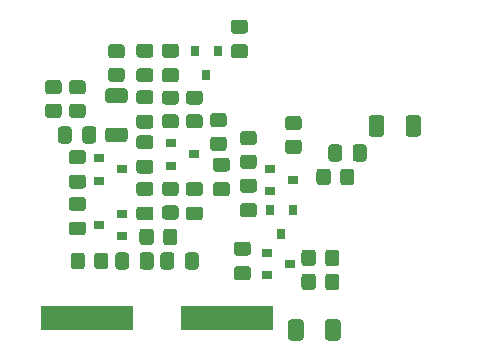
<source format=gbr>
%TF.GenerationSoftware,KiCad,Pcbnew,5.1.10-88a1d61d58~88~ubuntu16.04.1*%
%TF.CreationDate,2021-09-03T12:29:31+02:00*%
%TF.ProjectId,80mrx,38306d72-782e-46b6-9963-61645f706362,rev?*%
%TF.SameCoordinates,Original*%
%TF.FileFunction,Paste,Top*%
%TF.FilePolarity,Positive*%
%FSLAX46Y46*%
G04 Gerber Fmt 4.6, Leading zero omitted, Abs format (unit mm)*
G04 Created by KiCad (PCBNEW 5.1.10-88a1d61d58~88~ubuntu16.04.1) date 2021-09-03 12:29:31*
%MOMM*%
%LPD*%
G01*
G04 APERTURE LIST*
%ADD10R,7.875000X2.000000*%
%ADD11R,0.800000X0.900000*%
%ADD12R,0.900000X0.800000*%
G04 APERTURE END LIST*
D10*
%TO.C,Y1*%
X131635000Y-105918000D03*
X143510000Y-105918000D03*
%TD*%
%TO.C,C1*%
G36*
G01*
X130335000Y-93795000D02*
X131285000Y-93795000D01*
G75*
G02*
X131535000Y-94045000I0J-250000D01*
G01*
X131535000Y-94720000D01*
G75*
G02*
X131285000Y-94970000I-250000J0D01*
G01*
X130335000Y-94970000D01*
G75*
G02*
X130085000Y-94720000I0J250000D01*
G01*
X130085000Y-94045000D01*
G75*
G02*
X130335000Y-93795000I250000J0D01*
G01*
G37*
G36*
G01*
X130335000Y-91720000D02*
X131285000Y-91720000D01*
G75*
G02*
X131535000Y-91970000I0J-250000D01*
G01*
X131535000Y-92645000D01*
G75*
G02*
X131285000Y-92895000I-250000J0D01*
G01*
X130335000Y-92895000D01*
G75*
G02*
X130085000Y-92645000I0J250000D01*
G01*
X130085000Y-91970000D01*
G75*
G02*
X130335000Y-91720000I250000J0D01*
G01*
G37*
%TD*%
%TO.C,C2*%
G36*
G01*
X137000000Y-83878000D02*
X136050000Y-83878000D01*
G75*
G02*
X135800000Y-83628000I0J250000D01*
G01*
X135800000Y-82953000D01*
G75*
G02*
X136050000Y-82703000I250000J0D01*
G01*
X137000000Y-82703000D01*
G75*
G02*
X137250000Y-82953000I0J-250000D01*
G01*
X137250000Y-83628000D01*
G75*
G02*
X137000000Y-83878000I-250000J0D01*
G01*
G37*
G36*
G01*
X137000000Y-85953000D02*
X136050000Y-85953000D01*
G75*
G02*
X135800000Y-85703000I0J250000D01*
G01*
X135800000Y-85028000D01*
G75*
G02*
X136050000Y-84778000I250000J0D01*
G01*
X137000000Y-84778000D01*
G75*
G02*
X137250000Y-85028000I0J-250000D01*
G01*
X137250000Y-85703000D01*
G75*
G02*
X137000000Y-85953000I-250000J0D01*
G01*
G37*
%TD*%
%TO.C,C3*%
G36*
G01*
X132413500Y-89949000D02*
X132413500Y-90899000D01*
G75*
G02*
X132163500Y-91149000I-250000J0D01*
G01*
X131488500Y-91149000D01*
G75*
G02*
X131238500Y-90899000I0J250000D01*
G01*
X131238500Y-89949000D01*
G75*
G02*
X131488500Y-89699000I250000J0D01*
G01*
X132163500Y-89699000D01*
G75*
G02*
X132413500Y-89949000I0J-250000D01*
G01*
G37*
G36*
G01*
X130338500Y-89949000D02*
X130338500Y-90899000D01*
G75*
G02*
X130088500Y-91149000I-250000J0D01*
G01*
X129413500Y-91149000D01*
G75*
G02*
X129163500Y-90899000I0J250000D01*
G01*
X129163500Y-89949000D01*
G75*
G02*
X129413500Y-89699000I250000J0D01*
G01*
X130088500Y-89699000D01*
G75*
G02*
X130338500Y-89949000I0J-250000D01*
G01*
G37*
%TD*%
%TO.C,C4*%
G36*
G01*
X145001000Y-83921000D02*
X144051000Y-83921000D01*
G75*
G02*
X143801000Y-83671000I0J250000D01*
G01*
X143801000Y-82996000D01*
G75*
G02*
X144051000Y-82746000I250000J0D01*
G01*
X145001000Y-82746000D01*
G75*
G02*
X145251000Y-82996000I0J-250000D01*
G01*
X145251000Y-83671000D01*
G75*
G02*
X145001000Y-83921000I-250000J0D01*
G01*
G37*
G36*
G01*
X145001000Y-81846000D02*
X144051000Y-81846000D01*
G75*
G02*
X143801000Y-81596000I0J250000D01*
G01*
X143801000Y-80921000D01*
G75*
G02*
X144051000Y-80671000I250000J0D01*
G01*
X145001000Y-80671000D01*
G75*
G02*
X145251000Y-80921000I0J-250000D01*
G01*
X145251000Y-81596000D01*
G75*
G02*
X145001000Y-81846000I-250000J0D01*
G01*
G37*
%TD*%
%TO.C,C5*%
G36*
G01*
X131285000Y-98928500D02*
X130335000Y-98928500D01*
G75*
G02*
X130085000Y-98678500I0J250000D01*
G01*
X130085000Y-98003500D01*
G75*
G02*
X130335000Y-97753500I250000J0D01*
G01*
X131285000Y-97753500D01*
G75*
G02*
X131535000Y-98003500I0J-250000D01*
G01*
X131535000Y-98678500D01*
G75*
G02*
X131285000Y-98928500I-250000J0D01*
G01*
G37*
G36*
G01*
X131285000Y-96853500D02*
X130335000Y-96853500D01*
G75*
G02*
X130085000Y-96603500I0J250000D01*
G01*
X130085000Y-95928500D01*
G75*
G02*
X130335000Y-95678500I250000J0D01*
G01*
X131285000Y-95678500D01*
G75*
G02*
X131535000Y-95928500I0J-250000D01*
G01*
X131535000Y-96603500D01*
G75*
G02*
X131285000Y-96853500I-250000J0D01*
G01*
G37*
%TD*%
%TO.C,C6*%
G36*
G01*
X137261000Y-100617000D02*
X137261000Y-101567000D01*
G75*
G02*
X137011000Y-101817000I-250000J0D01*
G01*
X136336000Y-101817000D01*
G75*
G02*
X136086000Y-101567000I0J250000D01*
G01*
X136086000Y-100617000D01*
G75*
G02*
X136336000Y-100367000I250000J0D01*
G01*
X137011000Y-100367000D01*
G75*
G02*
X137261000Y-100617000I0J-250000D01*
G01*
G37*
G36*
G01*
X135186000Y-100617000D02*
X135186000Y-101567000D01*
G75*
G02*
X134936000Y-101817000I-250000J0D01*
G01*
X134261000Y-101817000D01*
G75*
G02*
X134011000Y-101567000I0J250000D01*
G01*
X134011000Y-100617000D01*
G75*
G02*
X134261000Y-100367000I250000J0D01*
G01*
X134936000Y-100367000D01*
G75*
G02*
X135186000Y-100617000I0J-250000D01*
G01*
G37*
%TD*%
%TO.C,C7*%
G36*
G01*
X139017500Y-100617000D02*
X139017500Y-101567000D01*
G75*
G02*
X138767500Y-101817000I-250000J0D01*
G01*
X138092500Y-101817000D01*
G75*
G02*
X137842500Y-101567000I0J250000D01*
G01*
X137842500Y-100617000D01*
G75*
G02*
X138092500Y-100367000I250000J0D01*
G01*
X138767500Y-100367000D01*
G75*
G02*
X139017500Y-100617000I0J-250000D01*
G01*
G37*
G36*
G01*
X141092500Y-100617000D02*
X141092500Y-101567000D01*
G75*
G02*
X140842500Y-101817000I-250000J0D01*
G01*
X140167500Y-101817000D01*
G75*
G02*
X139917500Y-101567000I0J250000D01*
G01*
X139917500Y-100617000D01*
G75*
G02*
X140167500Y-100367000I250000J0D01*
G01*
X140842500Y-100367000D01*
G75*
G02*
X141092500Y-100617000I0J-250000D01*
G01*
G37*
%TD*%
%TO.C,C8*%
G36*
G01*
X136050000Y-88715000D02*
X137000000Y-88715000D01*
G75*
G02*
X137250000Y-88965000I0J-250000D01*
G01*
X137250000Y-89640000D01*
G75*
G02*
X137000000Y-89890000I-250000J0D01*
G01*
X136050000Y-89890000D01*
G75*
G02*
X135800000Y-89640000I0J250000D01*
G01*
X135800000Y-88965000D01*
G75*
G02*
X136050000Y-88715000I250000J0D01*
G01*
G37*
G36*
G01*
X136050000Y-86640000D02*
X137000000Y-86640000D01*
G75*
G02*
X137250000Y-86890000I0J-250000D01*
G01*
X137250000Y-87565000D01*
G75*
G02*
X137000000Y-87815000I-250000J0D01*
G01*
X136050000Y-87815000D01*
G75*
G02*
X135800000Y-87565000I0J250000D01*
G01*
X135800000Y-86890000D01*
G75*
G02*
X136050000Y-86640000I250000J0D01*
G01*
G37*
%TD*%
%TO.C,C9*%
G36*
G01*
X137000000Y-91625000D02*
X136050000Y-91625000D01*
G75*
G02*
X135800000Y-91375000I0J250000D01*
G01*
X135800000Y-90700000D01*
G75*
G02*
X136050000Y-90450000I250000J0D01*
G01*
X137000000Y-90450000D01*
G75*
G02*
X137250000Y-90700000I0J-250000D01*
G01*
X137250000Y-91375000D01*
G75*
G02*
X137000000Y-91625000I-250000J0D01*
G01*
G37*
G36*
G01*
X137000000Y-93700000D02*
X136050000Y-93700000D01*
G75*
G02*
X135800000Y-93450000I0J250000D01*
G01*
X135800000Y-92775000D01*
G75*
G02*
X136050000Y-92525000I250000J0D01*
G01*
X137000000Y-92525000D01*
G75*
G02*
X137250000Y-92775000I0J-250000D01*
G01*
X137250000Y-93450000D01*
G75*
G02*
X137000000Y-93700000I-250000J0D01*
G01*
G37*
%TD*%
%TO.C,C10*%
G36*
G01*
X137000000Y-95583500D02*
X136050000Y-95583500D01*
G75*
G02*
X135800000Y-95333500I0J250000D01*
G01*
X135800000Y-94658500D01*
G75*
G02*
X136050000Y-94408500I250000J0D01*
G01*
X137000000Y-94408500D01*
G75*
G02*
X137250000Y-94658500I0J-250000D01*
G01*
X137250000Y-95333500D01*
G75*
G02*
X137000000Y-95583500I-250000J0D01*
G01*
G37*
G36*
G01*
X137000000Y-97658500D02*
X136050000Y-97658500D01*
G75*
G02*
X135800000Y-97408500I0J250000D01*
G01*
X135800000Y-96733500D01*
G75*
G02*
X136050000Y-96483500I250000J0D01*
G01*
X137000000Y-96483500D01*
G75*
G02*
X137250000Y-96733500I0J-250000D01*
G01*
X137250000Y-97408500D01*
G75*
G02*
X137000000Y-97658500I-250000J0D01*
G01*
G37*
%TD*%
%TO.C,C11*%
G36*
G01*
X139159000Y-85953000D02*
X138209000Y-85953000D01*
G75*
G02*
X137959000Y-85703000I0J250000D01*
G01*
X137959000Y-85028000D01*
G75*
G02*
X138209000Y-84778000I250000J0D01*
G01*
X139159000Y-84778000D01*
G75*
G02*
X139409000Y-85028000I0J-250000D01*
G01*
X139409000Y-85703000D01*
G75*
G02*
X139159000Y-85953000I-250000J0D01*
G01*
G37*
G36*
G01*
X139159000Y-83878000D02*
X138209000Y-83878000D01*
G75*
G02*
X137959000Y-83628000I0J250000D01*
G01*
X137959000Y-82953000D01*
G75*
G02*
X138209000Y-82703000I250000J0D01*
G01*
X139159000Y-82703000D01*
G75*
G02*
X139409000Y-82953000I0J-250000D01*
G01*
X139409000Y-83628000D01*
G75*
G02*
X139159000Y-83878000I-250000J0D01*
G01*
G37*
%TD*%
%TO.C,C12*%
G36*
G01*
X140241000Y-94408500D02*
X141191000Y-94408500D01*
G75*
G02*
X141441000Y-94658500I0J-250000D01*
G01*
X141441000Y-95333500D01*
G75*
G02*
X141191000Y-95583500I-250000J0D01*
G01*
X140241000Y-95583500D01*
G75*
G02*
X139991000Y-95333500I0J250000D01*
G01*
X139991000Y-94658500D01*
G75*
G02*
X140241000Y-94408500I250000J0D01*
G01*
G37*
G36*
G01*
X140241000Y-96483500D02*
X141191000Y-96483500D01*
G75*
G02*
X141441000Y-96733500I0J-250000D01*
G01*
X141441000Y-97408500D01*
G75*
G02*
X141191000Y-97658500I-250000J0D01*
G01*
X140241000Y-97658500D01*
G75*
G02*
X139991000Y-97408500I0J250000D01*
G01*
X139991000Y-96733500D01*
G75*
G02*
X140241000Y-96483500I250000J0D01*
G01*
G37*
%TD*%
%TO.C,C13*%
G36*
G01*
X143477000Y-93530000D02*
X142527000Y-93530000D01*
G75*
G02*
X142277000Y-93280000I0J250000D01*
G01*
X142277000Y-92605000D01*
G75*
G02*
X142527000Y-92355000I250000J0D01*
G01*
X143477000Y-92355000D01*
G75*
G02*
X143727000Y-92605000I0J-250000D01*
G01*
X143727000Y-93280000D01*
G75*
G02*
X143477000Y-93530000I-250000J0D01*
G01*
G37*
G36*
G01*
X143477000Y-95605000D02*
X142527000Y-95605000D01*
G75*
G02*
X142277000Y-95355000I0J250000D01*
G01*
X142277000Y-94680000D01*
G75*
G02*
X142527000Y-94430000I250000J0D01*
G01*
X143477000Y-94430000D01*
G75*
G02*
X143727000Y-94680000I0J-250000D01*
G01*
X143727000Y-95355000D01*
G75*
G02*
X143477000Y-95605000I-250000J0D01*
G01*
G37*
%TD*%
%TO.C,C14*%
G36*
G01*
X158595500Y-90312002D02*
X158595500Y-89011998D01*
G75*
G02*
X158845498Y-88762000I249998J0D01*
G01*
X159670502Y-88762000D01*
G75*
G02*
X159920500Y-89011998I0J-249998D01*
G01*
X159920500Y-90312002D01*
G75*
G02*
X159670502Y-90562000I-249998J0D01*
G01*
X158845498Y-90562000D01*
G75*
G02*
X158595500Y-90312002I0J249998D01*
G01*
G37*
G36*
G01*
X155470500Y-90312002D02*
X155470500Y-89011998D01*
G75*
G02*
X155720498Y-88762000I249998J0D01*
G01*
X156545502Y-88762000D01*
G75*
G02*
X156795500Y-89011998I0J-249998D01*
G01*
X156795500Y-90312002D01*
G75*
G02*
X156545502Y-90562000I-249998J0D01*
G01*
X155720498Y-90562000D01*
G75*
G02*
X155470500Y-90312002I0J249998D01*
G01*
G37*
%TD*%
%TO.C,C15*%
G36*
G01*
X145763000Y-97383000D02*
X144813000Y-97383000D01*
G75*
G02*
X144563000Y-97133000I0J250000D01*
G01*
X144563000Y-96458000D01*
G75*
G02*
X144813000Y-96208000I250000J0D01*
G01*
X145763000Y-96208000D01*
G75*
G02*
X146013000Y-96458000I0J-250000D01*
G01*
X146013000Y-97133000D01*
G75*
G02*
X145763000Y-97383000I-250000J0D01*
G01*
G37*
G36*
G01*
X145763000Y-95308000D02*
X144813000Y-95308000D01*
G75*
G02*
X144563000Y-95058000I0J250000D01*
G01*
X144563000Y-94383000D01*
G75*
G02*
X144813000Y-94133000I250000J0D01*
G01*
X145763000Y-94133000D01*
G75*
G02*
X146013000Y-94383000I0J-250000D01*
G01*
X146013000Y-95058000D01*
G75*
G02*
X145763000Y-95308000I-250000J0D01*
G01*
G37*
%TD*%
%TO.C,C16*%
G36*
G01*
X153220000Y-91473000D02*
X153220000Y-92423000D01*
G75*
G02*
X152970000Y-92673000I-250000J0D01*
G01*
X152295000Y-92673000D01*
G75*
G02*
X152045000Y-92423000I0J250000D01*
G01*
X152045000Y-91473000D01*
G75*
G02*
X152295000Y-91223000I250000J0D01*
G01*
X152970000Y-91223000D01*
G75*
G02*
X153220000Y-91473000I0J-250000D01*
G01*
G37*
G36*
G01*
X155295000Y-91473000D02*
X155295000Y-92423000D01*
G75*
G02*
X155045000Y-92673000I-250000J0D01*
G01*
X154370000Y-92673000D01*
G75*
G02*
X154120000Y-92423000I0J250000D01*
G01*
X154120000Y-91473000D01*
G75*
G02*
X154370000Y-91223000I250000J0D01*
G01*
X155045000Y-91223000D01*
G75*
G02*
X155295000Y-91473000I0J-250000D01*
G01*
G37*
%TD*%
%TO.C,C17*%
G36*
G01*
X145255000Y-102717000D02*
X144305000Y-102717000D01*
G75*
G02*
X144055000Y-102467000I0J250000D01*
G01*
X144055000Y-101792000D01*
G75*
G02*
X144305000Y-101542000I250000J0D01*
G01*
X145255000Y-101542000D01*
G75*
G02*
X145505000Y-101792000I0J-250000D01*
G01*
X145505000Y-102467000D01*
G75*
G02*
X145255000Y-102717000I-250000J0D01*
G01*
G37*
G36*
G01*
X145255000Y-100642000D02*
X144305000Y-100642000D01*
G75*
G02*
X144055000Y-100392000I0J250000D01*
G01*
X144055000Y-99717000D01*
G75*
G02*
X144305000Y-99467000I250000J0D01*
G01*
X145255000Y-99467000D01*
G75*
G02*
X145505000Y-99717000I0J-250000D01*
G01*
X145505000Y-100392000D01*
G75*
G02*
X145255000Y-100642000I-250000J0D01*
G01*
G37*
%TD*%
%TO.C,C18*%
G36*
G01*
X148651000Y-107584002D02*
X148651000Y-106283998D01*
G75*
G02*
X148900998Y-106034000I249998J0D01*
G01*
X149726002Y-106034000D01*
G75*
G02*
X149976000Y-106283998I0J-249998D01*
G01*
X149976000Y-107584002D01*
G75*
G02*
X149726002Y-107834000I-249998J0D01*
G01*
X148900998Y-107834000D01*
G75*
G02*
X148651000Y-107584002I0J249998D01*
G01*
G37*
G36*
G01*
X151776000Y-107584002D02*
X151776000Y-106283998D01*
G75*
G02*
X152025998Y-106034000I249998J0D01*
G01*
X152851002Y-106034000D01*
G75*
G02*
X153101000Y-106283998I0J-249998D01*
G01*
X153101000Y-107584002D01*
G75*
G02*
X152851002Y-107834000I-249998J0D01*
G01*
X152025998Y-107834000D01*
G75*
G02*
X151776000Y-107584002I0J249998D01*
G01*
G37*
%TD*%
%TO.C,L2*%
G36*
G01*
X133411999Y-86486500D02*
X134812001Y-86486500D01*
G75*
G02*
X135062000Y-86736499I0J-249999D01*
G01*
X135062000Y-87461501D01*
G75*
G02*
X134812001Y-87711500I-249999J0D01*
G01*
X133411999Y-87711500D01*
G75*
G02*
X133162000Y-87461501I0J249999D01*
G01*
X133162000Y-86736499D01*
G75*
G02*
X133411999Y-86486500I249999J0D01*
G01*
G37*
G36*
G01*
X133411999Y-89811500D02*
X134812001Y-89811500D01*
G75*
G02*
X135062000Y-90061499I0J-249999D01*
G01*
X135062000Y-90786501D01*
G75*
G02*
X134812001Y-91036500I-249999J0D01*
G01*
X133411999Y-91036500D01*
G75*
G02*
X133162000Y-90786501I0J249999D01*
G01*
X133162000Y-90061499D01*
G75*
G02*
X133411999Y-89811500I249999J0D01*
G01*
G37*
%TD*%
D11*
%TO.C,Q1*%
X141732000Y-85328000D03*
X140782000Y-83328000D03*
X142682000Y-83328000D03*
%TD*%
D12*
%TO.C,Q2*%
X132620000Y-92395000D03*
X132620000Y-94295000D03*
X134620000Y-93345000D03*
%TD*%
%TO.C,Q3*%
X132604000Y-98044000D03*
X134604000Y-97094000D03*
X134604000Y-98994000D03*
%TD*%
%TO.C,Q4*%
X138700000Y-91125000D03*
X138700000Y-93025000D03*
X140700000Y-92075000D03*
%TD*%
%TO.C,Q5*%
X147082000Y-93284000D03*
X147082000Y-95184000D03*
X149082000Y-94234000D03*
%TD*%
D11*
%TO.C,Q6*%
X148082000Y-98790000D03*
X147132000Y-96790000D03*
X149032000Y-96790000D03*
%TD*%
D12*
%TO.C,Q7*%
X146828000Y-100396000D03*
X146828000Y-102296000D03*
X148828000Y-101346000D03*
%TD*%
%TO.C,R1*%
G36*
G01*
X128327999Y-87776000D02*
X129228001Y-87776000D01*
G75*
G02*
X129478000Y-88025999I0J-249999D01*
G01*
X129478000Y-88726001D01*
G75*
G02*
X129228001Y-88976000I-249999J0D01*
G01*
X128327999Y-88976000D01*
G75*
G02*
X128078000Y-88726001I0J249999D01*
G01*
X128078000Y-88025999D01*
G75*
G02*
X128327999Y-87776000I249999J0D01*
G01*
G37*
G36*
G01*
X128327999Y-85776000D02*
X129228001Y-85776000D01*
G75*
G02*
X129478000Y-86025999I0J-249999D01*
G01*
X129478000Y-86726001D01*
G75*
G02*
X129228001Y-86976000I-249999J0D01*
G01*
X128327999Y-86976000D01*
G75*
G02*
X128078000Y-86726001I0J249999D01*
G01*
X128078000Y-86025999D01*
G75*
G02*
X128327999Y-85776000I249999J0D01*
G01*
G37*
%TD*%
%TO.C,R2*%
G36*
G01*
X130359999Y-87792000D02*
X131260001Y-87792000D01*
G75*
G02*
X131510000Y-88041999I0J-249999D01*
G01*
X131510000Y-88742001D01*
G75*
G02*
X131260001Y-88992000I-249999J0D01*
G01*
X130359999Y-88992000D01*
G75*
G02*
X130110000Y-88742001I0J249999D01*
G01*
X130110000Y-88041999D01*
G75*
G02*
X130359999Y-87792000I249999J0D01*
G01*
G37*
G36*
G01*
X130359999Y-85792000D02*
X131260001Y-85792000D01*
G75*
G02*
X131510000Y-86041999I0J-249999D01*
G01*
X131510000Y-86742001D01*
G75*
G02*
X131260001Y-86992000I-249999J0D01*
G01*
X130359999Y-86992000D01*
G75*
G02*
X130110000Y-86742001I0J249999D01*
G01*
X130110000Y-86041999D01*
G75*
G02*
X130359999Y-85792000I249999J0D01*
G01*
G37*
%TD*%
%TO.C,R3*%
G36*
G01*
X133661999Y-82744000D02*
X134562001Y-82744000D01*
G75*
G02*
X134812000Y-82993999I0J-249999D01*
G01*
X134812000Y-83694001D01*
G75*
G02*
X134562001Y-83944000I-249999J0D01*
G01*
X133661999Y-83944000D01*
G75*
G02*
X133412000Y-83694001I0J249999D01*
G01*
X133412000Y-82993999D01*
G75*
G02*
X133661999Y-82744000I249999J0D01*
G01*
G37*
G36*
G01*
X133661999Y-84744000D02*
X134562001Y-84744000D01*
G75*
G02*
X134812000Y-84993999I0J-249999D01*
G01*
X134812000Y-85694001D01*
G75*
G02*
X134562001Y-85944000I-249999J0D01*
G01*
X133661999Y-85944000D01*
G75*
G02*
X133412000Y-85694001I0J249999D01*
G01*
X133412000Y-84993999D01*
G75*
G02*
X133661999Y-84744000I249999J0D01*
G01*
G37*
%TD*%
%TO.C,R4*%
G36*
G01*
X132242000Y-101542001D02*
X132242000Y-100641999D01*
G75*
G02*
X132491999Y-100392000I249999J0D01*
G01*
X133192001Y-100392000D01*
G75*
G02*
X133442000Y-100641999I0J-249999D01*
G01*
X133442000Y-101542001D01*
G75*
G02*
X133192001Y-101792000I-249999J0D01*
G01*
X132491999Y-101792000D01*
G75*
G02*
X132242000Y-101542001I0J249999D01*
G01*
G37*
G36*
G01*
X130242000Y-101542001D02*
X130242000Y-100641999D01*
G75*
G02*
X130491999Y-100392000I249999J0D01*
G01*
X131192001Y-100392000D01*
G75*
G02*
X131442000Y-100641999I0J-249999D01*
G01*
X131442000Y-101542001D01*
G75*
G02*
X131192001Y-101792000I-249999J0D01*
G01*
X130491999Y-101792000D01*
G75*
G02*
X130242000Y-101542001I0J249999D01*
G01*
G37*
%TD*%
%TO.C,R5*%
G36*
G01*
X136068000Y-99510001D02*
X136068000Y-98609999D01*
G75*
G02*
X136317999Y-98360000I249999J0D01*
G01*
X137018001Y-98360000D01*
G75*
G02*
X137268000Y-98609999I0J-249999D01*
G01*
X137268000Y-99510001D01*
G75*
G02*
X137018001Y-99760000I-249999J0D01*
G01*
X136317999Y-99760000D01*
G75*
G02*
X136068000Y-99510001I0J249999D01*
G01*
G37*
G36*
G01*
X138068000Y-99510001D02*
X138068000Y-98609999D01*
G75*
G02*
X138317999Y-98360000I249999J0D01*
G01*
X139018001Y-98360000D01*
G75*
G02*
X139268000Y-98609999I0J-249999D01*
G01*
X139268000Y-99510001D01*
G75*
G02*
X139018001Y-99760000I-249999J0D01*
G01*
X138317999Y-99760000D01*
G75*
G02*
X138068000Y-99510001I0J249999D01*
G01*
G37*
%TD*%
%TO.C,R6*%
G36*
G01*
X138233999Y-86665000D02*
X139134001Y-86665000D01*
G75*
G02*
X139384000Y-86914999I0J-249999D01*
G01*
X139384000Y-87615001D01*
G75*
G02*
X139134001Y-87865000I-249999J0D01*
G01*
X138233999Y-87865000D01*
G75*
G02*
X137984000Y-87615001I0J249999D01*
G01*
X137984000Y-86914999D01*
G75*
G02*
X138233999Y-86665000I249999J0D01*
G01*
G37*
G36*
G01*
X138233999Y-88665000D02*
X139134001Y-88665000D01*
G75*
G02*
X139384000Y-88914999I0J-249999D01*
G01*
X139384000Y-89615001D01*
G75*
G02*
X139134001Y-89865000I-249999J0D01*
G01*
X138233999Y-89865000D01*
G75*
G02*
X137984000Y-89615001I0J249999D01*
G01*
X137984000Y-88914999D01*
G75*
G02*
X138233999Y-88665000I249999J0D01*
G01*
G37*
%TD*%
%TO.C,R7*%
G36*
G01*
X140265999Y-88665000D02*
X141166001Y-88665000D01*
G75*
G02*
X141416000Y-88914999I0J-249999D01*
G01*
X141416000Y-89615001D01*
G75*
G02*
X141166001Y-89865000I-249999J0D01*
G01*
X140265999Y-89865000D01*
G75*
G02*
X140016000Y-89615001I0J249999D01*
G01*
X140016000Y-88914999D01*
G75*
G02*
X140265999Y-88665000I249999J0D01*
G01*
G37*
G36*
G01*
X140265999Y-86665000D02*
X141166001Y-86665000D01*
G75*
G02*
X141416000Y-86914999I0J-249999D01*
G01*
X141416000Y-87615001D01*
G75*
G02*
X141166001Y-87865000I-249999J0D01*
G01*
X140265999Y-87865000D01*
G75*
G02*
X140016000Y-87615001I0J249999D01*
G01*
X140016000Y-86914999D01*
G75*
G02*
X140265999Y-86665000I249999J0D01*
G01*
G37*
%TD*%
%TO.C,R8*%
G36*
G01*
X138233999Y-94396000D02*
X139134001Y-94396000D01*
G75*
G02*
X139384000Y-94645999I0J-249999D01*
G01*
X139384000Y-95346001D01*
G75*
G02*
X139134001Y-95596000I-249999J0D01*
G01*
X138233999Y-95596000D01*
G75*
G02*
X137984000Y-95346001I0J249999D01*
G01*
X137984000Y-94645999D01*
G75*
G02*
X138233999Y-94396000I249999J0D01*
G01*
G37*
G36*
G01*
X138233999Y-96396000D02*
X139134001Y-96396000D01*
G75*
G02*
X139384000Y-96645999I0J-249999D01*
G01*
X139384000Y-97346001D01*
G75*
G02*
X139134001Y-97596000I-249999J0D01*
G01*
X138233999Y-97596000D01*
G75*
G02*
X137984000Y-97346001I0J249999D01*
G01*
X137984000Y-96645999D01*
G75*
G02*
X138233999Y-96396000I249999J0D01*
G01*
G37*
%TD*%
%TO.C,R9*%
G36*
G01*
X143198001Y-91770000D02*
X142297999Y-91770000D01*
G75*
G02*
X142048000Y-91520001I0J249999D01*
G01*
X142048000Y-90819999D01*
G75*
G02*
X142297999Y-90570000I249999J0D01*
G01*
X143198001Y-90570000D01*
G75*
G02*
X143448000Y-90819999I0J-249999D01*
G01*
X143448000Y-91520001D01*
G75*
G02*
X143198001Y-91770000I-249999J0D01*
G01*
G37*
G36*
G01*
X143198001Y-89770000D02*
X142297999Y-89770000D01*
G75*
G02*
X142048000Y-89520001I0J249999D01*
G01*
X142048000Y-88819999D01*
G75*
G02*
X142297999Y-88570000I249999J0D01*
G01*
X143198001Y-88570000D01*
G75*
G02*
X143448000Y-88819999I0J-249999D01*
G01*
X143448000Y-89520001D01*
G75*
G02*
X143198001Y-89770000I-249999J0D01*
G01*
G37*
%TD*%
%TO.C,R10*%
G36*
G01*
X149548001Y-90024000D02*
X148647999Y-90024000D01*
G75*
G02*
X148398000Y-89774001I0J249999D01*
G01*
X148398000Y-89073999D01*
G75*
G02*
X148647999Y-88824000I249999J0D01*
G01*
X149548001Y-88824000D01*
G75*
G02*
X149798000Y-89073999I0J-249999D01*
G01*
X149798000Y-89774001D01*
G75*
G02*
X149548001Y-90024000I-249999J0D01*
G01*
G37*
G36*
G01*
X149548001Y-92024000D02*
X148647999Y-92024000D01*
G75*
G02*
X148398000Y-91774001I0J249999D01*
G01*
X148398000Y-91073999D01*
G75*
G02*
X148647999Y-90824000I249999J0D01*
G01*
X149548001Y-90824000D01*
G75*
G02*
X149798000Y-91073999I0J-249999D01*
G01*
X149798000Y-91774001D01*
G75*
G02*
X149548001Y-92024000I-249999J0D01*
G01*
G37*
%TD*%
%TO.C,R11*%
G36*
G01*
X145738001Y-93294000D02*
X144837999Y-93294000D01*
G75*
G02*
X144588000Y-93044001I0J249999D01*
G01*
X144588000Y-92343999D01*
G75*
G02*
X144837999Y-92094000I249999J0D01*
G01*
X145738001Y-92094000D01*
G75*
G02*
X145988000Y-92343999I0J-249999D01*
G01*
X145988000Y-93044001D01*
G75*
G02*
X145738001Y-93294000I-249999J0D01*
G01*
G37*
G36*
G01*
X145738001Y-91294000D02*
X144837999Y-91294000D01*
G75*
G02*
X144588000Y-91044001I0J249999D01*
G01*
X144588000Y-90343999D01*
G75*
G02*
X144837999Y-90094000I249999J0D01*
G01*
X145738001Y-90094000D01*
G75*
G02*
X145988000Y-90343999I0J-249999D01*
G01*
X145988000Y-91044001D01*
G75*
G02*
X145738001Y-91294000I-249999J0D01*
G01*
G37*
%TD*%
%TO.C,R12*%
G36*
G01*
X151054000Y-94430001D02*
X151054000Y-93529999D01*
G75*
G02*
X151303999Y-93280000I249999J0D01*
G01*
X152004001Y-93280000D01*
G75*
G02*
X152254000Y-93529999I0J-249999D01*
G01*
X152254000Y-94430001D01*
G75*
G02*
X152004001Y-94680000I-249999J0D01*
G01*
X151303999Y-94680000D01*
G75*
G02*
X151054000Y-94430001I0J249999D01*
G01*
G37*
G36*
G01*
X153054000Y-94430001D02*
X153054000Y-93529999D01*
G75*
G02*
X153303999Y-93280000I249999J0D01*
G01*
X154004001Y-93280000D01*
G75*
G02*
X154254000Y-93529999I0J-249999D01*
G01*
X154254000Y-94430001D01*
G75*
G02*
X154004001Y-94680000I-249999J0D01*
G01*
X153303999Y-94680000D01*
G75*
G02*
X153054000Y-94430001I0J249999D01*
G01*
G37*
%TD*%
%TO.C,R13*%
G36*
G01*
X150984000Y-100387999D02*
X150984000Y-101288001D01*
G75*
G02*
X150734001Y-101538000I-249999J0D01*
G01*
X150033999Y-101538000D01*
G75*
G02*
X149784000Y-101288001I0J249999D01*
G01*
X149784000Y-100387999D01*
G75*
G02*
X150033999Y-100138000I249999J0D01*
G01*
X150734001Y-100138000D01*
G75*
G02*
X150984000Y-100387999I0J-249999D01*
G01*
G37*
G36*
G01*
X152984000Y-100387999D02*
X152984000Y-101288001D01*
G75*
G02*
X152734001Y-101538000I-249999J0D01*
G01*
X152033999Y-101538000D01*
G75*
G02*
X151784000Y-101288001I0J249999D01*
G01*
X151784000Y-100387999D01*
G75*
G02*
X152033999Y-100138000I249999J0D01*
G01*
X152734001Y-100138000D01*
G75*
G02*
X152984000Y-100387999I0J-249999D01*
G01*
G37*
%TD*%
%TO.C,R14*%
G36*
G01*
X151784000Y-103320001D02*
X151784000Y-102419999D01*
G75*
G02*
X152033999Y-102170000I249999J0D01*
G01*
X152734001Y-102170000D01*
G75*
G02*
X152984000Y-102419999I0J-249999D01*
G01*
X152984000Y-103320001D01*
G75*
G02*
X152734001Y-103570000I-249999J0D01*
G01*
X152033999Y-103570000D01*
G75*
G02*
X151784000Y-103320001I0J249999D01*
G01*
G37*
G36*
G01*
X149784000Y-103320001D02*
X149784000Y-102419999D01*
G75*
G02*
X150033999Y-102170000I249999J0D01*
G01*
X150734001Y-102170000D01*
G75*
G02*
X150984000Y-102419999I0J-249999D01*
G01*
X150984000Y-103320001D01*
G75*
G02*
X150734001Y-103570000I-249999J0D01*
G01*
X150033999Y-103570000D01*
G75*
G02*
X149784000Y-103320001I0J249999D01*
G01*
G37*
%TD*%
M02*

</source>
